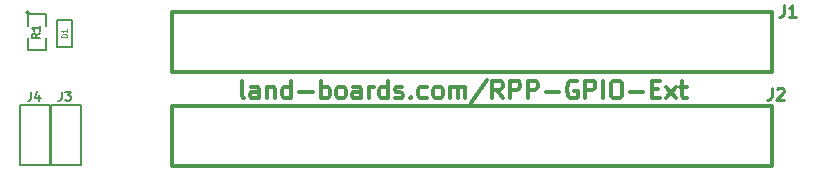
<source format=gto>
G04 (created by PCBNEW (2013-05-31 BZR 4019)-stable) date 10/5/2014 5:30:30 PM*
%MOIN*%
G04 Gerber Fmt 3.4, Leading zero omitted, Abs format*
%FSLAX34Y34*%
G01*
G70*
G90*
G04 APERTURE LIST*
%ADD10C,0.00590551*%
%ADD11C,0.011811*%
%ADD12C,0.012*%
%ADD13C,0.006*%
%ADD14C,0.005*%
%ADD15C,0.01*%
%ADD16C,0.0108*%
%ADD17C,0.0045*%
G04 APERTURE END LIST*
G54D10*
G54D11*
X7913Y-3349D02*
X7857Y-3321D01*
X7829Y-3264D01*
X7829Y-2758D01*
X8391Y-3349D02*
X8391Y-3039D01*
X8363Y-2983D01*
X8307Y-2955D01*
X8194Y-2955D01*
X8138Y-2983D01*
X8391Y-3321D02*
X8335Y-3349D01*
X8194Y-3349D01*
X8138Y-3321D01*
X8110Y-3264D01*
X8110Y-3208D01*
X8138Y-3152D01*
X8194Y-3124D01*
X8335Y-3124D01*
X8391Y-3096D01*
X8672Y-2955D02*
X8672Y-3349D01*
X8672Y-3011D02*
X8700Y-2983D01*
X8757Y-2955D01*
X8841Y-2955D01*
X8897Y-2983D01*
X8925Y-3039D01*
X8925Y-3349D01*
X9460Y-3349D02*
X9460Y-2758D01*
X9460Y-3321D02*
X9403Y-3349D01*
X9291Y-3349D01*
X9235Y-3321D01*
X9206Y-3293D01*
X9178Y-3236D01*
X9178Y-3068D01*
X9206Y-3011D01*
X9235Y-2983D01*
X9291Y-2955D01*
X9403Y-2955D01*
X9460Y-2983D01*
X9741Y-3124D02*
X10191Y-3124D01*
X10472Y-3349D02*
X10472Y-2758D01*
X10472Y-2983D02*
X10528Y-2955D01*
X10641Y-2955D01*
X10697Y-2983D01*
X10725Y-3011D01*
X10753Y-3068D01*
X10753Y-3236D01*
X10725Y-3293D01*
X10697Y-3321D01*
X10641Y-3349D01*
X10528Y-3349D01*
X10472Y-3321D01*
X11091Y-3349D02*
X11034Y-3321D01*
X11006Y-3293D01*
X10978Y-3236D01*
X10978Y-3068D01*
X11006Y-3011D01*
X11034Y-2983D01*
X11091Y-2955D01*
X11175Y-2955D01*
X11231Y-2983D01*
X11259Y-3011D01*
X11287Y-3068D01*
X11287Y-3236D01*
X11259Y-3293D01*
X11231Y-3321D01*
X11175Y-3349D01*
X11091Y-3349D01*
X11794Y-3349D02*
X11794Y-3039D01*
X11766Y-2983D01*
X11709Y-2955D01*
X11597Y-2955D01*
X11541Y-2983D01*
X11794Y-3321D02*
X11737Y-3349D01*
X11597Y-3349D01*
X11541Y-3321D01*
X11512Y-3264D01*
X11512Y-3208D01*
X11541Y-3152D01*
X11597Y-3124D01*
X11737Y-3124D01*
X11794Y-3096D01*
X12075Y-3349D02*
X12075Y-2955D01*
X12075Y-3068D02*
X12103Y-3011D01*
X12131Y-2983D01*
X12187Y-2955D01*
X12244Y-2955D01*
X12694Y-3349D02*
X12694Y-2758D01*
X12694Y-3321D02*
X12637Y-3349D01*
X12525Y-3349D01*
X12469Y-3321D01*
X12440Y-3293D01*
X12412Y-3236D01*
X12412Y-3068D01*
X12440Y-3011D01*
X12469Y-2983D01*
X12525Y-2955D01*
X12637Y-2955D01*
X12694Y-2983D01*
X12947Y-3321D02*
X13003Y-3349D01*
X13115Y-3349D01*
X13172Y-3321D01*
X13200Y-3264D01*
X13200Y-3236D01*
X13172Y-3180D01*
X13115Y-3152D01*
X13031Y-3152D01*
X12975Y-3124D01*
X12947Y-3068D01*
X12947Y-3039D01*
X12975Y-2983D01*
X13031Y-2955D01*
X13115Y-2955D01*
X13172Y-2983D01*
X13453Y-3293D02*
X13481Y-3321D01*
X13453Y-3349D01*
X13425Y-3321D01*
X13453Y-3293D01*
X13453Y-3349D01*
X13987Y-3321D02*
X13931Y-3349D01*
X13818Y-3349D01*
X13762Y-3321D01*
X13734Y-3293D01*
X13706Y-3236D01*
X13706Y-3068D01*
X13734Y-3011D01*
X13762Y-2983D01*
X13818Y-2955D01*
X13931Y-2955D01*
X13987Y-2983D01*
X14325Y-3349D02*
X14268Y-3321D01*
X14240Y-3293D01*
X14212Y-3236D01*
X14212Y-3068D01*
X14240Y-3011D01*
X14268Y-2983D01*
X14325Y-2955D01*
X14409Y-2955D01*
X14465Y-2983D01*
X14493Y-3011D01*
X14521Y-3068D01*
X14521Y-3236D01*
X14493Y-3293D01*
X14465Y-3321D01*
X14409Y-3349D01*
X14325Y-3349D01*
X14775Y-3349D02*
X14775Y-2955D01*
X14775Y-3011D02*
X14803Y-2983D01*
X14859Y-2955D01*
X14943Y-2955D01*
X14999Y-2983D01*
X15028Y-3039D01*
X15028Y-3349D01*
X15028Y-3039D02*
X15056Y-2983D01*
X15112Y-2955D01*
X15196Y-2955D01*
X15253Y-2983D01*
X15281Y-3039D01*
X15281Y-3349D01*
X15984Y-2730D02*
X15478Y-3489D01*
X16518Y-3349D02*
X16321Y-3068D01*
X16181Y-3349D02*
X16181Y-2758D01*
X16406Y-2758D01*
X16462Y-2786D01*
X16490Y-2814D01*
X16518Y-2871D01*
X16518Y-2955D01*
X16490Y-3011D01*
X16462Y-3039D01*
X16406Y-3068D01*
X16181Y-3068D01*
X16771Y-3349D02*
X16771Y-2758D01*
X16996Y-2758D01*
X17052Y-2786D01*
X17080Y-2814D01*
X17109Y-2871D01*
X17109Y-2955D01*
X17080Y-3011D01*
X17052Y-3039D01*
X16996Y-3068D01*
X16771Y-3068D01*
X17362Y-3349D02*
X17362Y-2758D01*
X17587Y-2758D01*
X17643Y-2786D01*
X17671Y-2814D01*
X17699Y-2871D01*
X17699Y-2955D01*
X17671Y-3011D01*
X17643Y-3039D01*
X17587Y-3068D01*
X17362Y-3068D01*
X17952Y-3124D02*
X18402Y-3124D01*
X18993Y-2786D02*
X18937Y-2758D01*
X18852Y-2758D01*
X18768Y-2786D01*
X18712Y-2843D01*
X18683Y-2899D01*
X18655Y-3011D01*
X18655Y-3096D01*
X18683Y-3208D01*
X18712Y-3264D01*
X18768Y-3321D01*
X18852Y-3349D01*
X18908Y-3349D01*
X18993Y-3321D01*
X19021Y-3293D01*
X19021Y-3096D01*
X18908Y-3096D01*
X19274Y-3349D02*
X19274Y-2758D01*
X19499Y-2758D01*
X19555Y-2786D01*
X19583Y-2814D01*
X19611Y-2871D01*
X19611Y-2955D01*
X19583Y-3011D01*
X19555Y-3039D01*
X19499Y-3068D01*
X19274Y-3068D01*
X19865Y-3349D02*
X19865Y-2758D01*
X20258Y-2758D02*
X20371Y-2758D01*
X20427Y-2786D01*
X20483Y-2843D01*
X20511Y-2955D01*
X20511Y-3152D01*
X20483Y-3264D01*
X20427Y-3321D01*
X20371Y-3349D01*
X20258Y-3349D01*
X20202Y-3321D01*
X20146Y-3264D01*
X20118Y-3152D01*
X20118Y-2955D01*
X20146Y-2843D01*
X20202Y-2786D01*
X20258Y-2758D01*
X20764Y-3124D02*
X21214Y-3124D01*
X21496Y-3039D02*
X21692Y-3039D01*
X21777Y-3349D02*
X21496Y-3349D01*
X21496Y-2758D01*
X21777Y-2758D01*
X21974Y-3349D02*
X22283Y-2955D01*
X21974Y-2955D02*
X22283Y-3349D01*
X22424Y-2955D02*
X22649Y-2955D01*
X22508Y-2758D02*
X22508Y-3264D01*
X22536Y-3321D01*
X22592Y-3349D01*
X22649Y-3349D01*
G54D12*
X25511Y-2456D02*
X5511Y-2456D01*
X25511Y-456D02*
X5511Y-456D01*
X25511Y-456D02*
X25511Y-2456D01*
X5511Y-456D02*
X5511Y-2456D01*
G54D13*
X2468Y-5566D02*
X1468Y-5566D01*
X1468Y-5566D02*
X1468Y-3566D01*
X1468Y-3566D02*
X2468Y-3566D01*
X2468Y-3566D02*
X2468Y-5566D01*
X1444Y-5566D02*
X444Y-5566D01*
X444Y-5566D02*
X444Y-3566D01*
X444Y-3566D02*
X1444Y-3566D01*
X1444Y-3566D02*
X1444Y-5566D01*
G54D12*
X25511Y-5606D02*
X5511Y-5606D01*
X25511Y-3606D02*
X5511Y-3606D01*
X25511Y-3606D02*
X25511Y-5606D01*
X5511Y-3606D02*
X5511Y-5606D01*
G54D14*
X734Y-491D02*
G75*
G03X734Y-491I-50J0D01*
G74*
G01*
X684Y-941D02*
X684Y-541D01*
X684Y-541D02*
X1284Y-541D01*
X1284Y-541D02*
X1284Y-941D01*
X1284Y-1341D02*
X1284Y-1741D01*
X1284Y-1741D02*
X684Y-1741D01*
X684Y-1741D02*
X684Y-1341D01*
X1679Y-1631D02*
X1679Y-731D01*
X1679Y-731D02*
X2179Y-731D01*
X2179Y-731D02*
X2179Y-1631D01*
X2179Y-1631D02*
X1679Y-1631D01*
G54D15*
X25890Y-234D02*
X25890Y-520D01*
X25871Y-577D01*
X25833Y-615D01*
X25776Y-634D01*
X25737Y-634D01*
X26290Y-634D02*
X26061Y-634D01*
X26176Y-634D02*
X26176Y-234D01*
X26137Y-291D01*
X26099Y-329D01*
X26061Y-348D01*
G54D16*
G54D13*
X1829Y-3128D02*
X1829Y-3342D01*
X1814Y-3385D01*
X1786Y-3414D01*
X1743Y-3428D01*
X1714Y-3428D01*
X1943Y-3128D02*
X2129Y-3128D01*
X2029Y-3242D01*
X2071Y-3242D01*
X2100Y-3257D01*
X2114Y-3271D01*
X2129Y-3299D01*
X2129Y-3371D01*
X2114Y-3399D01*
X2100Y-3414D01*
X2071Y-3428D01*
X1986Y-3428D01*
X1957Y-3414D01*
X1943Y-3399D01*
X805Y-3128D02*
X805Y-3342D01*
X791Y-3385D01*
X762Y-3414D01*
X719Y-3428D01*
X691Y-3428D01*
X1076Y-3228D02*
X1076Y-3428D01*
X1005Y-3114D02*
X934Y-3328D01*
X1119Y-3328D01*
G54D15*
X25496Y-2990D02*
X25496Y-3275D01*
X25477Y-3333D01*
X25439Y-3371D01*
X25382Y-3390D01*
X25344Y-3390D01*
X25668Y-3028D02*
X25687Y-3009D01*
X25725Y-2990D01*
X25820Y-2990D01*
X25858Y-3009D01*
X25877Y-3028D01*
X25896Y-3066D01*
X25896Y-3104D01*
X25877Y-3161D01*
X25648Y-3390D01*
X25896Y-3390D01*
G54D16*
G54D14*
X1085Y-1183D02*
X966Y-1266D01*
X1085Y-1326D02*
X835Y-1326D01*
X835Y-1231D01*
X847Y-1207D01*
X859Y-1195D01*
X883Y-1183D01*
X918Y-1183D01*
X942Y-1195D01*
X954Y-1207D01*
X966Y-1231D01*
X966Y-1326D01*
X1085Y-945D02*
X1085Y-1088D01*
X1085Y-1016D02*
X835Y-1016D01*
X871Y-1040D01*
X894Y-1064D01*
X906Y-1088D01*
G54D17*
X2010Y-1313D02*
X1810Y-1313D01*
X1810Y-1271D01*
X1819Y-1245D01*
X1838Y-1228D01*
X1857Y-1219D01*
X1895Y-1211D01*
X1924Y-1211D01*
X1962Y-1219D01*
X1981Y-1228D01*
X2000Y-1245D01*
X2010Y-1271D01*
X2010Y-1313D01*
X2010Y-1039D02*
X2010Y-1142D01*
X2010Y-1091D02*
X1810Y-1091D01*
X1838Y-1108D01*
X1857Y-1125D01*
X1867Y-1142D01*
M02*

</source>
